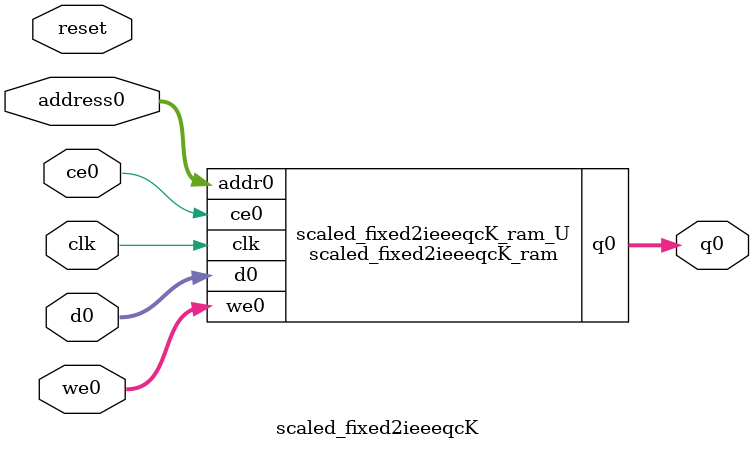
<source format=v>
`timescale 1 ns / 1 ps
module scaled_fixed2ieeeqcK_ram (addr0, ce0, d0, we0, q0,  clk);

parameter DWIDTH = 32;
parameter AWIDTH = 2;
parameter MEM_SIZE = 4;
parameter COL_WIDTH = 8;
parameter NUM_COL = (DWIDTH/COL_WIDTH);

input[AWIDTH-1:0] addr0;
input ce0;
input[DWIDTH-1:0] d0;
input [NUM_COL-1:0] we0;
output reg[DWIDTH-1:0] q0;
input clk;

(* ram_style = "block" *)reg [DWIDTH-1:0] ram[0:MEM_SIZE-1];



genvar i;

generate
    for (i=0;i<NUM_COL;i=i+1) begin
        always @(posedge clk) begin
            if (ce0) begin
                if (we0[i]) begin
                    ram[addr0][i*COL_WIDTH +: COL_WIDTH] <= d0[i*COL_WIDTH +: COL_WIDTH]; 
                end
                q0[i*COL_WIDTH +: COL_WIDTH] <= ram[addr0][i*COL_WIDTH +: COL_WIDTH];
            end
        end
    end
endgenerate


endmodule

`timescale 1 ns / 1 ps
module scaled_fixed2ieeeqcK(
    reset,
    clk,
    address0,
    ce0,
    we0,
    d0,
    q0);

parameter DataWidth = 32'd32;
parameter AddressRange = 32'd4;
parameter AddressWidth = 32'd2;
input reset;
input clk;
input[AddressWidth - 1:0] address0;
input ce0;
input[DataWidth/8 - 1:0] we0;
input[DataWidth - 1:0] d0;
output[DataWidth - 1:0] q0;



scaled_fixed2ieeeqcK_ram scaled_fixed2ieeeqcK_ram_U(
    .clk( clk ),
    .addr0( address0 ),
    .ce0( ce0 ),
    .we0( we0 ),
    .d0( d0 ),
    .q0( q0 ));

endmodule


</source>
